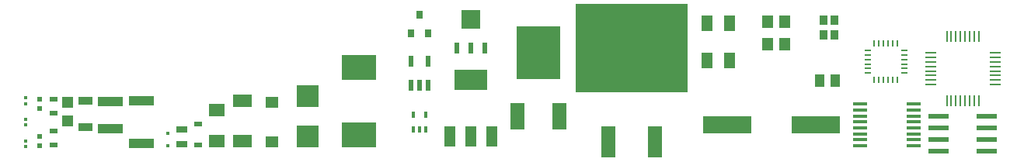
<source format=gtp>
G75*
%MOIN*%
%OFA0B0*%
%FSLAX25Y25*%
%IPPOS*%
%LPD*%
%AMOC8*
5,1,8,0,0,1.08239X$1,22.5*
%
%ADD10R,0.01181X0.01181*%
%ADD11R,0.02362X0.01969*%
%ADD12R,0.03543X0.02362*%
%ADD13R,0.05118X0.04724*%
%ADD14R,0.06299X0.03543*%
%ADD15R,0.11024X0.03937*%
%ADD16R,0.06299X0.11811*%
%ADD17R,0.19000X0.22500*%
%ADD18R,0.48031X0.38386*%
%ADD19R,0.06299X0.13780*%
%ADD20R,0.04800X0.08800*%
%ADD21R,0.14173X0.08661*%
%ADD22R,0.02283X0.04724*%
%ADD23R,0.07874X0.07874*%
%ADD24R,0.02165X0.04724*%
%ADD25R,0.03150X0.03543*%
%ADD26R,0.01575X0.02953*%
%ADD27R,0.01300X0.02700*%
%ADD28R,0.04724X0.07087*%
%ADD29R,0.04724X0.05512*%
%ADD30R,0.03543X0.04134*%
%ADD31R,0.21000X0.07600*%
%ADD32R,0.03937X0.05512*%
%ADD33R,0.04724X0.03150*%
%ADD34R,0.01378X0.01378*%
%ADD35R,0.05787X0.05000*%
%ADD36R,0.09449X0.09449*%
%ADD37R,0.14961X0.11024*%
%ADD38R,0.08268X0.05512*%
%ADD39R,0.03268X0.02480*%
%ADD40R,0.07087X0.05512*%
%ADD41R,0.06299X0.01378*%
%ADD42R,0.08700X0.02400*%
%ADD43R,0.03150X0.00984*%
%ADD44R,0.00984X0.03150*%
%ADD45R,0.04500X0.01000*%
%ADD46R,0.01000X0.04500*%
D10*
X0076000Y0026619D03*
X0076000Y0028981D03*
X0076000Y0035819D03*
X0076000Y0038181D03*
X0076000Y0045019D03*
X0076000Y0047381D03*
D11*
X0082000Y0046969D03*
X0082000Y0043031D03*
X0082000Y0030969D03*
X0082000Y0027031D03*
D12*
X0088000Y0027147D03*
X0088000Y0033053D03*
X0088000Y0040847D03*
X0088000Y0046753D03*
D13*
X0094000Y0045634D03*
X0094000Y0037366D03*
D14*
X0101700Y0034791D03*
X0101700Y0046209D03*
D15*
X0112400Y0046006D03*
X0125500Y0046055D03*
X0112400Y0034194D03*
X0125500Y0027945D03*
D16*
X0287024Y0039594D03*
X0304976Y0039594D03*
D17*
X0296000Y0066752D03*
D18*
X0336000Y0068874D03*
D19*
X0326000Y0028421D03*
X0346000Y0028421D03*
D20*
X0276100Y0030800D03*
X0267000Y0030800D03*
X0257900Y0030800D03*
D21*
X0267000Y0055201D03*
D22*
X0267000Y0068913D03*
X0261094Y0068913D03*
X0272906Y0068913D03*
D23*
X0267000Y0081118D03*
D24*
X0248740Y0063119D03*
X0241260Y0063119D03*
X0241260Y0052881D03*
X0245000Y0052881D03*
X0248740Y0052881D03*
D25*
X0248740Y0075063D03*
X0241260Y0075063D03*
X0245000Y0083331D03*
D26*
X0242441Y0040248D03*
X0247559Y0040248D03*
D27*
X0247650Y0033750D03*
X0245000Y0033750D03*
X0242350Y0033750D03*
D28*
X0368376Y0063626D03*
X0377824Y0063626D03*
X0377824Y0079374D03*
X0368376Y0079374D03*
D29*
X0394260Y0080124D03*
X0401740Y0080124D03*
X0401740Y0070676D03*
X0394260Y0070676D03*
D30*
X0418238Y0074670D03*
X0422962Y0074670D03*
X0422962Y0080930D03*
X0418238Y0080930D03*
D31*
X0415000Y0036000D03*
X0377000Y0036000D03*
D32*
X0416654Y0055000D03*
X0423346Y0055000D03*
D33*
X0143000Y0033950D03*
X0143000Y0027650D03*
D34*
X0137000Y0026743D03*
X0137000Y0032057D03*
D35*
X0181600Y0028635D03*
X0181600Y0045565D03*
D36*
X0197000Y0048161D03*
X0197000Y0030839D03*
D37*
X0218900Y0031533D03*
X0218900Y0060667D03*
D38*
X0169000Y0046261D03*
X0169000Y0028939D03*
D39*
X0150000Y0027272D03*
X0150000Y0036328D03*
D40*
X0158000Y0042193D03*
X0158000Y0028807D03*
D41*
X0433780Y0029406D03*
X0433780Y0026846D03*
X0457008Y0026846D03*
X0457008Y0029406D03*
X0457008Y0031965D03*
X0457008Y0034524D03*
X0457008Y0037083D03*
X0457008Y0039642D03*
X0457008Y0042201D03*
X0457008Y0044760D03*
X0433780Y0044760D03*
X0433780Y0042201D03*
X0433780Y0039642D03*
X0433780Y0037083D03*
X0433780Y0034524D03*
X0433780Y0031965D03*
D42*
X0467700Y0029500D03*
X0488300Y0029500D03*
X0488300Y0024500D03*
X0467700Y0024500D03*
X0467700Y0034500D03*
X0488300Y0034500D03*
X0488300Y0039500D03*
X0467700Y0039500D03*
D43*
X0452874Y0058079D03*
X0452874Y0060047D03*
X0452874Y0062016D03*
X0452874Y0063984D03*
X0452874Y0065953D03*
X0452874Y0067921D03*
X0437126Y0067921D03*
X0437126Y0065953D03*
X0437126Y0063984D03*
X0437126Y0062016D03*
X0437126Y0060047D03*
X0437126Y0058079D03*
D44*
X0440079Y0055126D03*
X0442047Y0055126D03*
X0444016Y0055126D03*
X0445984Y0055126D03*
X0447953Y0055126D03*
X0449921Y0055126D03*
X0449921Y0070874D03*
X0447953Y0070874D03*
X0445984Y0070874D03*
X0444016Y0070874D03*
X0442047Y0070874D03*
X0440079Y0070874D03*
D45*
X0464220Y0066890D03*
X0464220Y0064921D03*
X0464220Y0062953D03*
X0464220Y0060984D03*
X0464220Y0059016D03*
X0464220Y0057047D03*
X0464220Y0055079D03*
X0464220Y0053110D03*
X0491780Y0053110D03*
X0491780Y0055079D03*
X0491780Y0057047D03*
X0491780Y0059016D03*
X0491780Y0060984D03*
X0491780Y0062953D03*
X0491780Y0064921D03*
X0491780Y0066890D03*
D46*
X0484890Y0073780D03*
X0482921Y0073780D03*
X0480953Y0073780D03*
X0478984Y0073780D03*
X0477016Y0073780D03*
X0475047Y0073780D03*
X0473079Y0073780D03*
X0471110Y0073780D03*
X0471110Y0046220D03*
X0473079Y0046220D03*
X0475047Y0046220D03*
X0477016Y0046220D03*
X0478984Y0046220D03*
X0480953Y0046220D03*
X0482921Y0046220D03*
X0484890Y0046220D03*
M02*

</source>
